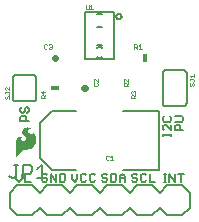
<source format=gbr>
G04 EAGLE Gerber RS-274X export*
G75*
%MOMM*%
%FSLAX34Y34*%
%LPD*%
%INSilkscreen Top*%
%IPPOS*%
%AMOC8*
5,1,8,0,0,1.08239X$1,22.5*%
G01*
%ADD10C,0.127000*%
%ADD11C,0.203200*%
%ADD12C,0.025400*%
%ADD13R,0.457200X0.762000*%
%ADD14C,0.152400*%
%ADD15C,0.558800*%
%ADD16R,0.762000X0.457200*%

G36*
X5745Y49220D02*
X5745Y49220D01*
X5745Y49318D01*
X6244Y49816D01*
X6244Y49817D01*
X6544Y50317D01*
X7044Y50816D01*
X7044Y50817D01*
X7544Y51417D01*
X8744Y52616D01*
X8744Y52617D01*
X9344Y53317D01*
X9944Y54016D01*
X10943Y55016D01*
X11443Y55316D01*
X11942Y55615D01*
X12540Y55715D01*
X14440Y55715D01*
X14441Y55715D01*
X15641Y55915D01*
X16741Y56215D01*
X16742Y56216D01*
X16742Y56215D01*
X17742Y56615D01*
X17742Y56616D01*
X17743Y56616D01*
X18743Y57216D01*
X19543Y57916D01*
X19544Y57916D01*
X20344Y58716D01*
X20344Y58717D01*
X21044Y59617D01*
X21044Y59618D01*
X22044Y61418D01*
X22045Y61419D01*
X22545Y63319D01*
X22545Y63320D01*
X22645Y65020D01*
X22645Y65021D01*
X22345Y66621D01*
X22345Y66622D01*
X21845Y68122D01*
X21844Y68122D01*
X21844Y68123D01*
X21144Y69223D01*
X20344Y70123D01*
X20343Y70123D01*
X20343Y70124D01*
X19543Y70624D01*
X19541Y70624D01*
X19541Y70625D01*
X19539Y70624D01*
X19536Y70623D01*
X19536Y70621D01*
X19535Y70620D01*
X19535Y69721D01*
X19435Y69422D01*
X19336Y69223D01*
X19037Y68924D01*
X18739Y68825D01*
X18441Y68825D01*
X17642Y69025D01*
X17242Y69224D01*
X16943Y69424D01*
X16543Y69724D01*
X15944Y70323D01*
X15744Y70623D01*
X15545Y70922D01*
X15445Y71321D01*
X15445Y71919D01*
X15545Y72218D01*
X15644Y72418D01*
X15844Y72717D01*
X16243Y73016D01*
X16642Y73215D01*
X17141Y73315D01*
X17541Y73415D01*
X18139Y73415D01*
X18338Y73316D01*
X18339Y73316D01*
X18340Y73315D01*
X18440Y73315D01*
X18441Y73316D01*
X18443Y73316D01*
X18443Y73318D01*
X18445Y73319D01*
X18443Y73321D01*
X18444Y73324D01*
X18344Y73424D01*
X18343Y73424D01*
X17943Y73724D01*
X17942Y73724D01*
X16542Y74424D01*
X16541Y74424D01*
X16541Y74425D01*
X15641Y74625D01*
X15640Y74625D01*
X14640Y74625D01*
X14639Y74625D01*
X13539Y74425D01*
X13538Y74424D01*
X12438Y73824D01*
X12437Y73824D01*
X11537Y73124D01*
X11537Y73123D01*
X11536Y73123D01*
X11036Y72323D01*
X11036Y72322D01*
X11035Y72322D01*
X10735Y71422D01*
X10735Y71421D01*
X10736Y71421D01*
X10735Y71420D01*
X10735Y70620D01*
X10736Y70619D01*
X10735Y70619D01*
X10935Y69719D01*
X10936Y69718D01*
X11436Y68818D01*
X11436Y68817D01*
X12136Y68017D01*
X12936Y67117D01*
X12936Y67116D01*
X13636Y66417D01*
X13935Y65619D01*
X13935Y64921D01*
X13736Y64323D01*
X13337Y63824D01*
X12738Y63425D01*
X11939Y63225D01*
X11140Y63225D01*
X10641Y63325D01*
X10143Y63524D01*
X9544Y64123D01*
X9345Y64422D01*
X9245Y64721D01*
X9245Y65119D01*
X9344Y65417D01*
X9943Y66016D01*
X10242Y66115D01*
X10242Y66116D01*
X10642Y66316D01*
X10643Y66317D01*
X10644Y66316D01*
X10744Y66416D01*
X10744Y66417D01*
X10744Y66419D01*
X10744Y66423D01*
X10743Y66423D01*
X10742Y66424D01*
X10342Y66624D01*
X10341Y66624D01*
X10340Y66625D01*
X9140Y66625D01*
X9139Y66625D01*
X8539Y66525D01*
X8039Y66425D01*
X8039Y66424D01*
X8038Y66425D01*
X7538Y66225D01*
X7538Y66224D01*
X7537Y66224D01*
X7137Y65924D01*
X6637Y65524D01*
X6637Y65523D01*
X6636Y65523D01*
X6036Y64523D01*
X6036Y64522D01*
X6035Y64521D01*
X5835Y63821D01*
X5735Y63021D01*
X5735Y63020D01*
X5735Y49220D01*
X5739Y49215D01*
X5745Y49220D01*
G37*
D10*
X32085Y34295D02*
X30941Y35439D01*
X28653Y35439D01*
X27509Y34295D01*
X27509Y29719D01*
X28653Y28575D01*
X30941Y28575D01*
X32085Y29719D01*
X32085Y32007D01*
X29797Y32007D01*
X34993Y28575D02*
X34993Y35439D01*
X39569Y28575D01*
X39569Y35439D01*
X42477Y35439D02*
X42477Y28575D01*
X45909Y28575D01*
X47053Y29719D01*
X47053Y34295D01*
X45909Y35439D01*
X42477Y35439D01*
X52909Y35439D02*
X52909Y30863D01*
X55197Y28575D01*
X57485Y30863D01*
X57485Y35439D01*
X63825Y35439D02*
X64969Y34295D01*
X63825Y35439D02*
X61537Y35439D01*
X60393Y34295D01*
X60393Y29719D01*
X61537Y28575D01*
X63825Y28575D01*
X64969Y29719D01*
X71309Y35439D02*
X72453Y34295D01*
X71309Y35439D02*
X69021Y35439D01*
X67877Y34295D01*
X67877Y29719D01*
X69021Y28575D01*
X71309Y28575D01*
X72453Y29719D01*
X81741Y35439D02*
X82885Y34295D01*
X81741Y35439D02*
X79453Y35439D01*
X78309Y34295D01*
X78309Y33151D01*
X79453Y32007D01*
X81741Y32007D01*
X82885Y30863D01*
X82885Y29719D01*
X81741Y28575D01*
X79453Y28575D01*
X78309Y29719D01*
X85793Y28575D02*
X85793Y35439D01*
X85793Y28575D02*
X89225Y28575D01*
X90369Y29719D01*
X90369Y34295D01*
X89225Y35439D01*
X85793Y35439D01*
X93277Y33151D02*
X93277Y28575D01*
X93277Y33151D02*
X95565Y35439D01*
X97853Y33151D01*
X97853Y28575D01*
X97853Y32007D02*
X93277Y32007D01*
X107141Y35439D02*
X108285Y34295D01*
X107141Y35439D02*
X104853Y35439D01*
X103709Y34295D01*
X103709Y33151D01*
X104853Y32007D01*
X107141Y32007D01*
X108285Y30863D01*
X108285Y29719D01*
X107141Y28575D01*
X104853Y28575D01*
X103709Y29719D01*
X114625Y35439D02*
X115769Y34295D01*
X114625Y35439D02*
X112337Y35439D01*
X111193Y34295D01*
X111193Y29719D01*
X112337Y28575D01*
X114625Y28575D01*
X115769Y29719D01*
X118677Y28575D02*
X118677Y35439D01*
X118677Y28575D02*
X123253Y28575D01*
X130356Y28575D02*
X132644Y28575D01*
X131500Y28575D02*
X131500Y35439D01*
X130356Y35439D02*
X132644Y35439D01*
X135346Y35439D02*
X135346Y28575D01*
X139921Y28575D02*
X135346Y35439D01*
X139921Y35439D02*
X139921Y28575D01*
X145118Y28575D02*
X145118Y35439D01*
X142830Y35439D02*
X147406Y35439D01*
X136779Y67037D02*
X136779Y69325D01*
X136779Y68181D02*
X129915Y68181D01*
X129915Y67037D02*
X129915Y69325D01*
X136779Y72027D02*
X136779Y76603D01*
X136779Y72027D02*
X132203Y76603D01*
X131059Y76603D01*
X129915Y75459D01*
X129915Y73171D01*
X131059Y72027D01*
X129915Y82943D02*
X131059Y84087D01*
X129915Y82943D02*
X129915Y80655D01*
X131059Y79511D01*
X135635Y79511D01*
X136779Y80655D01*
X136779Y82943D01*
X135635Y84087D01*
X5851Y35439D02*
X5851Y30863D01*
X8139Y28575D01*
X10427Y30863D01*
X10427Y35439D01*
X13335Y35439D02*
X13335Y28575D01*
X17911Y28575D01*
X140075Y72027D02*
X146939Y72027D01*
X140075Y72027D02*
X140075Y75459D01*
X141219Y76603D01*
X143507Y76603D01*
X144651Y75459D01*
X144651Y72027D01*
X145795Y79511D02*
X140075Y79511D01*
X145795Y79511D02*
X146939Y80655D01*
X146939Y82943D01*
X145795Y84087D01*
X140075Y84087D01*
X16129Y79647D02*
X9265Y79647D01*
X9265Y83079D01*
X10409Y84223D01*
X12697Y84223D01*
X13841Y83079D01*
X13841Y79647D01*
X9265Y90563D02*
X10409Y91707D01*
X9265Y90563D02*
X9265Y88275D01*
X10409Y87131D01*
X11553Y87131D01*
X12697Y88275D01*
X12697Y90563D01*
X13841Y91707D01*
X14985Y91707D01*
X16129Y90563D01*
X16129Y88275D01*
X14985Y87131D01*
D11*
X64100Y172600D02*
X88300Y172600D01*
X90409Y168620D02*
X90411Y168714D01*
X90417Y168808D01*
X90427Y168901D01*
X90441Y168995D01*
X90458Y169087D01*
X90480Y169178D01*
X90505Y169269D01*
X90535Y169358D01*
X90568Y169447D01*
X90604Y169533D01*
X90645Y169618D01*
X90689Y169701D01*
X90736Y169783D01*
X90787Y169862D01*
X90841Y169939D01*
X90898Y170014D01*
X90958Y170086D01*
X91021Y170155D01*
X91088Y170222D01*
X91157Y170286D01*
X91228Y170347D01*
X91302Y170405D01*
X91379Y170460D01*
X91457Y170512D01*
X91538Y170560D01*
X91621Y170605D01*
X91705Y170646D01*
X91792Y170683D01*
X91879Y170717D01*
X91969Y170748D01*
X92059Y170774D01*
X92150Y170797D01*
X92242Y170815D01*
X92335Y170830D01*
X92429Y170841D01*
X92522Y170848D01*
X92616Y170851D01*
X92711Y170850D01*
X92804Y170845D01*
X92898Y170836D01*
X92991Y170823D01*
X93084Y170806D01*
X93176Y170786D01*
X93266Y170761D01*
X93356Y170733D01*
X93445Y170701D01*
X93532Y170665D01*
X93617Y170626D01*
X93701Y170583D01*
X93783Y170536D01*
X93862Y170486D01*
X93940Y170433D01*
X94015Y170377D01*
X94088Y170317D01*
X94158Y170255D01*
X94226Y170189D01*
X94291Y170121D01*
X94352Y170050D01*
X94411Y169977D01*
X94467Y169901D01*
X94519Y169823D01*
X94568Y169742D01*
X94614Y169660D01*
X94656Y169576D01*
X94694Y169490D01*
X94729Y169403D01*
X94760Y169314D01*
X94788Y169224D01*
X94811Y169133D01*
X94831Y169041D01*
X94847Y168948D01*
X94859Y168855D01*
X94867Y168761D01*
X94871Y168667D01*
X94871Y168573D01*
X94867Y168479D01*
X94859Y168385D01*
X94847Y168292D01*
X94831Y168199D01*
X94811Y168107D01*
X94788Y168016D01*
X94760Y167926D01*
X94729Y167837D01*
X94694Y167750D01*
X94656Y167664D01*
X94614Y167580D01*
X94568Y167498D01*
X94519Y167417D01*
X94467Y167339D01*
X94411Y167263D01*
X94352Y167190D01*
X94291Y167119D01*
X94226Y167051D01*
X94158Y166985D01*
X94088Y166923D01*
X94015Y166863D01*
X93940Y166807D01*
X93862Y166754D01*
X93783Y166704D01*
X93701Y166657D01*
X93617Y166614D01*
X93532Y166575D01*
X93445Y166539D01*
X93356Y166507D01*
X93266Y166479D01*
X93176Y166454D01*
X93084Y166434D01*
X92991Y166417D01*
X92898Y166404D01*
X92804Y166395D01*
X92711Y166390D01*
X92616Y166389D01*
X92522Y166392D01*
X92429Y166399D01*
X92335Y166410D01*
X92242Y166425D01*
X92150Y166443D01*
X92059Y166466D01*
X91969Y166492D01*
X91879Y166523D01*
X91792Y166557D01*
X91705Y166594D01*
X91621Y166635D01*
X91538Y166680D01*
X91457Y166728D01*
X91379Y166780D01*
X91302Y166835D01*
X91228Y166893D01*
X91157Y166954D01*
X91088Y167018D01*
X91021Y167085D01*
X90958Y167154D01*
X90898Y167226D01*
X90841Y167301D01*
X90787Y167378D01*
X90736Y167457D01*
X90689Y167539D01*
X90645Y167622D01*
X90604Y167707D01*
X90568Y167793D01*
X90535Y167882D01*
X90505Y167971D01*
X90480Y168062D01*
X90458Y168153D01*
X90441Y168245D01*
X90427Y168339D01*
X90417Y168432D01*
X90411Y168526D01*
X90409Y168620D01*
X78200Y144200D02*
X74200Y144200D01*
X74319Y170268D02*
X74458Y170317D01*
X74599Y170362D01*
X74741Y170403D01*
X74884Y170440D01*
X75028Y170474D01*
X75172Y170503D01*
X75318Y170529D01*
X75464Y170551D01*
X75610Y170568D01*
X75757Y170582D01*
X75905Y170592D01*
X76052Y170598D01*
X76200Y170600D01*
X76348Y170598D01*
X76495Y170592D01*
X76643Y170582D01*
X76790Y170568D01*
X76936Y170551D01*
X77082Y170529D01*
X77228Y170503D01*
X77372Y170474D01*
X77516Y170440D01*
X77659Y170403D01*
X77801Y170362D01*
X77942Y170317D01*
X78081Y170268D01*
X78081Y159932D02*
X77942Y159883D01*
X77801Y159838D01*
X77659Y159797D01*
X77516Y159760D01*
X77372Y159726D01*
X77228Y159697D01*
X77082Y159671D01*
X76936Y159649D01*
X76790Y159632D01*
X76643Y159618D01*
X76495Y159608D01*
X76348Y159602D01*
X76200Y159600D01*
X76052Y159602D01*
X75905Y159608D01*
X75757Y159618D01*
X75610Y159632D01*
X75464Y159649D01*
X75318Y159671D01*
X75172Y159697D01*
X75028Y159726D01*
X74884Y159760D01*
X74741Y159797D01*
X74599Y159838D01*
X74458Y159883D01*
X74319Y159932D01*
X74298Y142178D02*
X74418Y142232D01*
X74539Y142282D01*
X74661Y142329D01*
X74785Y142372D01*
X74909Y142411D01*
X75035Y142447D01*
X75162Y142479D01*
X75290Y142507D01*
X75419Y142532D01*
X75548Y142552D01*
X75678Y142570D01*
X75808Y142583D01*
X75938Y142592D01*
X76069Y142598D01*
X76200Y142600D01*
X76331Y142598D01*
X76462Y142592D01*
X76592Y142583D01*
X76722Y142570D01*
X76852Y142552D01*
X76981Y142532D01*
X77110Y142507D01*
X77238Y142479D01*
X77365Y142447D01*
X77491Y142411D01*
X77615Y142372D01*
X77739Y142329D01*
X77861Y142282D01*
X77982Y142232D01*
X78102Y142178D01*
X78102Y134022D02*
X77982Y133968D01*
X77861Y133918D01*
X77739Y133871D01*
X77615Y133828D01*
X77491Y133789D01*
X77365Y133753D01*
X77238Y133721D01*
X77110Y133693D01*
X76981Y133668D01*
X76852Y133648D01*
X76722Y133630D01*
X76592Y133617D01*
X76462Y133608D01*
X76331Y133602D01*
X76200Y133600D01*
X76069Y133602D01*
X75938Y133608D01*
X75808Y133617D01*
X75678Y133630D01*
X75548Y133648D01*
X75419Y133668D01*
X75290Y133693D01*
X75162Y133721D01*
X75035Y133753D01*
X74909Y133789D01*
X74785Y133828D01*
X74661Y133871D01*
X74539Y133918D01*
X74418Y133968D01*
X74298Y134022D01*
X64100Y132200D02*
X88300Y132200D01*
X64100Y132200D02*
X64100Y172600D01*
X88300Y172600D02*
X88300Y132200D01*
D12*
X64327Y175163D02*
X64327Y178340D01*
X64327Y175163D02*
X64963Y174527D01*
X66234Y174527D01*
X66869Y175163D01*
X66869Y178340D01*
X68069Y177069D02*
X69340Y178340D01*
X69340Y174527D01*
X68069Y174527D02*
X70611Y174527D01*
D11*
X133350Y25400D02*
X127000Y19050D01*
X133350Y25400D02*
X146050Y25400D01*
X152400Y19050D01*
X95250Y25400D02*
X82550Y25400D01*
X95250Y25400D02*
X101600Y19050D01*
X107950Y25400D01*
X120650Y25400D01*
X127000Y19050D01*
X57150Y25400D02*
X50800Y19050D01*
X57150Y25400D02*
X69850Y25400D01*
X76200Y19050D01*
X82550Y25400D01*
X19050Y25400D02*
X6350Y25400D01*
X19050Y25400D02*
X25400Y19050D01*
X31750Y25400D01*
X44450Y25400D01*
X50800Y19050D01*
X0Y19050D02*
X0Y6350D01*
X0Y19050D02*
X6350Y25400D01*
X146050Y0D02*
X152400Y6350D01*
X146050Y0D02*
X133350Y0D01*
X127000Y6350D01*
X101600Y6350D02*
X95250Y0D01*
X120650Y0D02*
X127000Y6350D01*
X120650Y0D02*
X107950Y0D01*
X101600Y6350D01*
X76200Y6350D02*
X69850Y0D01*
X57150Y0D01*
X50800Y6350D01*
X76200Y6350D02*
X82550Y0D01*
X95250Y0D01*
X25400Y6350D02*
X19050Y0D01*
X44450Y0D02*
X50800Y6350D01*
X44450Y0D02*
X31750Y0D01*
X25400Y6350D01*
X6350Y0D02*
X0Y6350D01*
X6350Y0D02*
X19050Y0D01*
X152400Y6350D02*
X152400Y19050D01*
D10*
X1780Y31623D02*
X-127Y33530D01*
X1780Y31623D02*
X3686Y31623D01*
X5593Y33530D01*
X5593Y43063D01*
X3686Y43063D02*
X7500Y43063D01*
X11567Y43063D02*
X11567Y31623D01*
X11567Y43063D02*
X17287Y43063D01*
X19193Y41156D01*
X19193Y37343D01*
X17287Y35436D01*
X11567Y35436D01*
X23261Y39250D02*
X27074Y43063D01*
X27074Y31623D01*
X23261Y31623D02*
X30887Y31623D01*
D13*
X114300Y133350D03*
D12*
X105537Y141097D02*
X105537Y144910D01*
X107444Y144910D01*
X108079Y144275D01*
X108079Y143004D01*
X107444Y142368D01*
X105537Y142368D01*
X106808Y142368D02*
X108079Y141097D01*
X109279Y143639D02*
X110550Y144910D01*
X110550Y141097D01*
X109279Y141097D02*
X111821Y141097D01*
X100457Y109483D02*
X96644Y109483D01*
X96644Y111389D01*
X97279Y112025D01*
X98550Y112025D01*
X99186Y111389D01*
X99186Y109483D01*
X99186Y110754D02*
X100457Y112025D01*
X100457Y113225D02*
X100457Y115767D01*
X100457Y113225D02*
X97915Y115767D01*
X97279Y115767D01*
X96644Y115132D01*
X96644Y113860D01*
X97279Y113225D01*
D14*
X129540Y120650D02*
X129540Y95250D01*
X147320Y92710D02*
X147420Y92712D01*
X147519Y92718D01*
X147619Y92728D01*
X147717Y92741D01*
X147816Y92759D01*
X147913Y92780D01*
X148009Y92805D01*
X148105Y92834D01*
X148199Y92867D01*
X148292Y92903D01*
X148383Y92943D01*
X148473Y92987D01*
X148561Y93034D01*
X148647Y93084D01*
X148731Y93138D01*
X148813Y93195D01*
X148892Y93255D01*
X148970Y93319D01*
X149044Y93385D01*
X149116Y93454D01*
X149185Y93526D01*
X149251Y93600D01*
X149315Y93678D01*
X149375Y93757D01*
X149432Y93839D01*
X149486Y93923D01*
X149536Y94009D01*
X149583Y94097D01*
X149627Y94187D01*
X149667Y94278D01*
X149703Y94371D01*
X149736Y94465D01*
X149765Y94561D01*
X149790Y94657D01*
X149811Y94754D01*
X149829Y94853D01*
X149842Y94951D01*
X149852Y95051D01*
X149858Y95150D01*
X149860Y95250D01*
X149860Y120650D02*
X149858Y120750D01*
X149852Y120849D01*
X149842Y120949D01*
X149829Y121047D01*
X149811Y121146D01*
X149790Y121243D01*
X149765Y121339D01*
X149736Y121435D01*
X149703Y121529D01*
X149667Y121622D01*
X149627Y121713D01*
X149583Y121803D01*
X149536Y121891D01*
X149486Y121977D01*
X149432Y122061D01*
X149375Y122143D01*
X149315Y122222D01*
X149251Y122300D01*
X149185Y122374D01*
X149116Y122446D01*
X149044Y122515D01*
X148970Y122581D01*
X148892Y122645D01*
X148813Y122705D01*
X148731Y122762D01*
X148647Y122816D01*
X148561Y122866D01*
X148473Y122913D01*
X148383Y122957D01*
X148292Y122997D01*
X148199Y123033D01*
X148105Y123066D01*
X148009Y123095D01*
X147913Y123120D01*
X147816Y123141D01*
X147717Y123159D01*
X147619Y123172D01*
X147519Y123182D01*
X147420Y123188D01*
X147320Y123190D01*
X132080Y123190D02*
X131980Y123188D01*
X131881Y123182D01*
X131781Y123172D01*
X131683Y123159D01*
X131584Y123141D01*
X131487Y123120D01*
X131391Y123095D01*
X131295Y123066D01*
X131201Y123033D01*
X131108Y122997D01*
X131017Y122957D01*
X130927Y122913D01*
X130839Y122866D01*
X130753Y122816D01*
X130669Y122762D01*
X130587Y122705D01*
X130508Y122645D01*
X130430Y122581D01*
X130356Y122515D01*
X130284Y122446D01*
X130215Y122374D01*
X130149Y122300D01*
X130085Y122222D01*
X130025Y122143D01*
X129968Y122061D01*
X129914Y121977D01*
X129864Y121891D01*
X129817Y121803D01*
X129773Y121713D01*
X129733Y121622D01*
X129697Y121529D01*
X129664Y121435D01*
X129635Y121339D01*
X129610Y121243D01*
X129589Y121146D01*
X129571Y121047D01*
X129558Y120949D01*
X129548Y120849D01*
X129542Y120750D01*
X129540Y120650D01*
X129540Y95250D02*
X129542Y95150D01*
X129548Y95051D01*
X129558Y94951D01*
X129571Y94853D01*
X129589Y94754D01*
X129610Y94657D01*
X129635Y94561D01*
X129664Y94465D01*
X129697Y94371D01*
X129733Y94278D01*
X129773Y94187D01*
X129817Y94097D01*
X129864Y94009D01*
X129914Y93923D01*
X129968Y93839D01*
X130025Y93757D01*
X130085Y93678D01*
X130149Y93600D01*
X130215Y93526D01*
X130284Y93454D01*
X130356Y93385D01*
X130430Y93319D01*
X130508Y93255D01*
X130587Y93195D01*
X130669Y93138D01*
X130753Y93084D01*
X130839Y93034D01*
X130927Y92987D01*
X131017Y92943D01*
X131108Y92903D01*
X131201Y92867D01*
X131295Y92834D01*
X131391Y92805D01*
X131487Y92780D01*
X131584Y92759D01*
X131683Y92741D01*
X131781Y92728D01*
X131881Y92718D01*
X131980Y92712D01*
X132080Y92710D01*
X147320Y92710D01*
X147320Y123190D02*
X132080Y123190D01*
X149860Y120650D02*
X149860Y95250D01*
D12*
X152524Y111457D02*
X153159Y112093D01*
X152524Y111457D02*
X152524Y110186D01*
X153159Y109551D01*
X153795Y109551D01*
X154430Y110186D01*
X154430Y111457D01*
X155066Y112093D01*
X155701Y112093D01*
X156337Y111457D01*
X156337Y110186D01*
X155701Y109551D01*
X155701Y113293D02*
X156337Y113928D01*
X156337Y114564D01*
X155701Y115199D01*
X152524Y115199D01*
X152524Y114564D02*
X152524Y115835D01*
X153795Y117035D02*
X152524Y118306D01*
X156337Y118306D01*
X156337Y117035D02*
X156337Y119577D01*
D15*
X63805Y107950D02*
X63195Y107950D01*
D12*
X71244Y111389D02*
X71879Y112025D01*
X71244Y111389D02*
X71244Y110118D01*
X71879Y109483D01*
X74421Y109483D01*
X75057Y110118D01*
X75057Y111389D01*
X74421Y112025D01*
X75057Y113225D02*
X75057Y115767D01*
X75057Y113225D02*
X72515Y115767D01*
X71879Y115767D01*
X71244Y115132D01*
X71244Y113860D01*
X71879Y113225D01*
D15*
X38100Y133045D02*
X38100Y133655D01*
D12*
X31879Y144275D02*
X31244Y144910D01*
X29973Y144910D01*
X29337Y144275D01*
X29337Y141733D01*
X29973Y141097D01*
X31244Y141097D01*
X31879Y141733D01*
X33079Y144275D02*
X33715Y144910D01*
X34986Y144910D01*
X35621Y144275D01*
X35621Y143639D01*
X34986Y143004D01*
X34350Y143004D01*
X34986Y143004D02*
X35621Y142368D01*
X35621Y141733D01*
X34986Y141097D01*
X33715Y141097D01*
X33079Y141733D01*
D16*
X38100Y107950D03*
D12*
X30353Y99187D02*
X26540Y99187D01*
X26540Y101094D01*
X27175Y101729D01*
X28446Y101729D01*
X29082Y101094D01*
X29082Y99187D01*
X29082Y100458D02*
X30353Y101729D01*
X30353Y104836D02*
X26540Y104836D01*
X28446Y102929D01*
X28446Y105471D01*
X102740Y99187D02*
X106553Y99187D01*
X102740Y99187D02*
X102740Y101094D01*
X103375Y101729D01*
X104646Y101729D01*
X105282Y101094D01*
X105282Y99187D01*
X105282Y100458D02*
X106553Y101729D01*
X103375Y102929D02*
X102740Y103565D01*
X102740Y104836D01*
X103375Y105471D01*
X104011Y105471D01*
X104646Y104836D01*
X104646Y104200D01*
X104646Y104836D02*
X105282Y105471D01*
X105917Y105471D01*
X106553Y104836D01*
X106553Y103565D01*
X105917Y102929D01*
D14*
X22700Y99950D02*
X22700Y115950D01*
X5200Y118950D02*
X5097Y118938D01*
X4995Y118923D01*
X4894Y118904D01*
X4793Y118882D01*
X4693Y118855D01*
X4594Y118825D01*
X4497Y118791D01*
X4401Y118754D01*
X4306Y118713D01*
X4213Y118668D01*
X4121Y118620D01*
X4032Y118569D01*
X3944Y118514D01*
X3859Y118456D01*
X3775Y118395D01*
X3695Y118331D01*
X3616Y118264D01*
X3540Y118194D01*
X3467Y118121D01*
X3397Y118046D01*
X3329Y117968D01*
X3264Y117887D01*
X3203Y117804D01*
X3144Y117719D01*
X3089Y117632D01*
X3037Y117542D01*
X2989Y117451D01*
X2944Y117358D01*
X2902Y117264D01*
X2864Y117168D01*
X2830Y117070D01*
X2799Y116972D01*
X2772Y116872D01*
X2749Y116772D01*
X2729Y116670D01*
X2714Y116568D01*
X2702Y116466D01*
X2694Y116363D01*
X2690Y116259D01*
X2689Y116156D01*
X2693Y116053D01*
X2700Y115950D01*
X2700Y99950D02*
X2693Y99847D01*
X2689Y99744D01*
X2690Y99641D01*
X2694Y99537D01*
X2702Y99434D01*
X2714Y99332D01*
X2729Y99230D01*
X2749Y99128D01*
X2772Y99028D01*
X2799Y98928D01*
X2830Y98830D01*
X2864Y98732D01*
X2902Y98636D01*
X2944Y98542D01*
X2989Y98449D01*
X3037Y98358D01*
X3089Y98268D01*
X3144Y98181D01*
X3203Y98096D01*
X3264Y98013D01*
X3329Y97932D01*
X3397Y97854D01*
X3467Y97779D01*
X3540Y97706D01*
X3616Y97636D01*
X3695Y97569D01*
X3775Y97505D01*
X3859Y97444D01*
X3944Y97386D01*
X4032Y97331D01*
X4121Y97280D01*
X4213Y97232D01*
X4306Y97187D01*
X4401Y97146D01*
X4497Y97109D01*
X4594Y97075D01*
X4693Y97045D01*
X4793Y97018D01*
X4894Y96996D01*
X4995Y96977D01*
X5097Y96962D01*
X5200Y96950D01*
X20200Y96950D02*
X20303Y96961D01*
X20405Y96976D01*
X20507Y96995D01*
X20607Y97018D01*
X20707Y97044D01*
X20806Y97074D01*
X20904Y97108D01*
X21000Y97145D01*
X21095Y97186D01*
X21188Y97231D01*
X21280Y97279D01*
X21369Y97330D01*
X21457Y97385D01*
X21542Y97443D01*
X21626Y97504D01*
X21707Y97568D01*
X21785Y97635D01*
X21861Y97705D01*
X21934Y97778D01*
X22005Y97854D01*
X22073Y97932D01*
X22137Y98012D01*
X22199Y98095D01*
X22257Y98180D01*
X22312Y98268D01*
X22364Y98357D01*
X22413Y98448D01*
X22458Y98541D01*
X22499Y98636D01*
X22537Y98732D01*
X22572Y98829D01*
X22602Y98928D01*
X22629Y99028D01*
X22653Y99128D01*
X22672Y99230D01*
X22688Y99332D01*
X22699Y99435D01*
X22707Y99538D01*
X22711Y99641D01*
X22712Y99744D01*
X22708Y99848D01*
X22700Y99951D01*
X22700Y115950D02*
X22707Y116053D01*
X22711Y116156D01*
X22710Y116259D01*
X22706Y116363D01*
X22698Y116466D01*
X22686Y116568D01*
X22671Y116670D01*
X22651Y116772D01*
X22628Y116872D01*
X22601Y116972D01*
X22570Y117070D01*
X22536Y117168D01*
X22498Y117264D01*
X22456Y117358D01*
X22411Y117451D01*
X22363Y117542D01*
X22311Y117632D01*
X22256Y117719D01*
X22197Y117804D01*
X22136Y117887D01*
X22071Y117968D01*
X22003Y118046D01*
X21933Y118121D01*
X21860Y118194D01*
X21784Y118264D01*
X21705Y118331D01*
X21625Y118395D01*
X21541Y118456D01*
X21456Y118514D01*
X21368Y118569D01*
X21279Y118620D01*
X21187Y118668D01*
X21094Y118713D01*
X20999Y118754D01*
X20903Y118791D01*
X20806Y118825D01*
X20707Y118855D01*
X20607Y118882D01*
X20506Y118904D01*
X20405Y118923D01*
X20303Y118938D01*
X20200Y118950D01*
X5200Y118950D01*
X5200Y96950D02*
X20200Y96950D01*
X2700Y99950D02*
X2700Y115950D01*
D12*
X-3305Y101121D02*
X-3940Y100486D01*
X-3940Y99215D01*
X-3305Y98579D01*
X-2669Y98579D01*
X-2034Y99215D01*
X-2034Y100486D01*
X-1398Y101121D01*
X-763Y101121D01*
X-127Y100486D01*
X-127Y99215D01*
X-763Y98579D01*
X-763Y102321D02*
X-127Y102957D01*
X-127Y103592D01*
X-763Y104228D01*
X-3940Y104228D01*
X-3940Y104863D02*
X-3940Y103592D01*
X-127Y106063D02*
X-127Y108605D01*
X-127Y106063D02*
X-2669Y108605D01*
X-3305Y108605D01*
X-3940Y107970D01*
X-3940Y106699D01*
X-3305Y106063D01*
D11*
X96200Y38500D02*
X126200Y38500D01*
X126200Y88500D01*
X96200Y88500D01*
X56200Y38500D02*
X36200Y38500D01*
X26200Y48500D01*
X26200Y78500D01*
X36200Y88500D01*
X56200Y88500D01*
D12*
X83449Y50676D02*
X84085Y50041D01*
X83449Y50676D02*
X82178Y50676D01*
X81543Y50041D01*
X81543Y47499D01*
X82178Y46863D01*
X83449Y46863D01*
X84085Y47499D01*
X85285Y49405D02*
X86556Y50676D01*
X86556Y46863D01*
X85285Y46863D02*
X87827Y46863D01*
M02*

</source>
